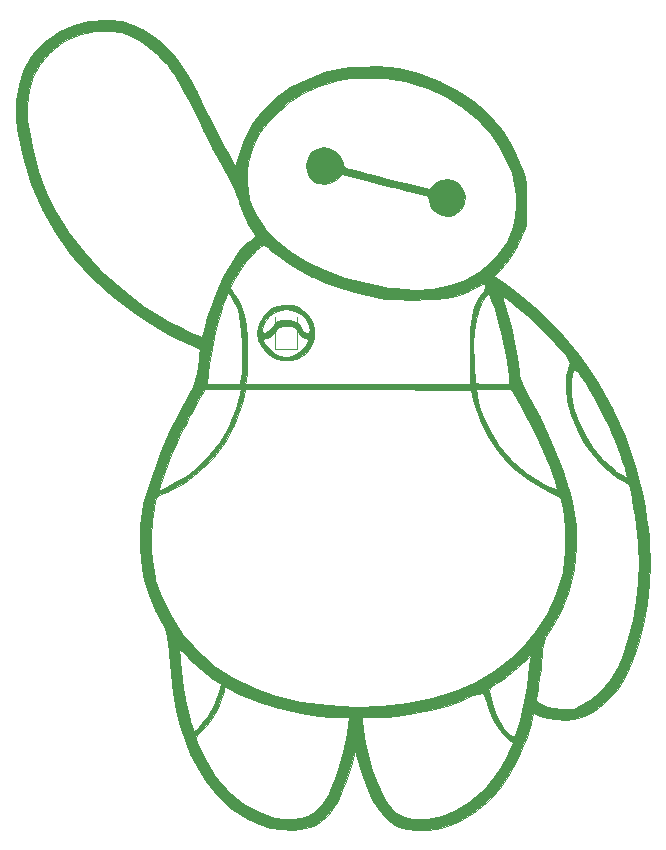
<source format=gbr>
%TF.GenerationSoftware,KiCad,Pcbnew,(5.1.6)-1*%
%TF.CreationDate,2020-12-12T17:11:39+01:00*%
%TF.ProjectId,stm32L412K8T6,73746d33-324c-4343-9132-4b3854362e6b,rev?*%
%TF.SameCoordinates,Original*%
%TF.FileFunction,Legend,Bot*%
%TF.FilePolarity,Positive*%
%FSLAX46Y46*%
G04 Gerber Fmt 4.6, Leading zero omitted, Abs format (unit mm)*
G04 Created by KiCad (PCBNEW (5.1.6)-1) date 2020-12-12 17:11:39*
%MOMM*%
%LPD*%
G01*
G04 APERTURE LIST*
%ADD10C,0.010000*%
%ADD11C,0.120000*%
G04 APERTURE END LIST*
D10*
%TO.C,G\u002A\u002A\u002A*%
G36*
X168361562Y-57399355D02*
G01*
X167052575Y-57725435D01*
X165845275Y-58250274D01*
X164768899Y-58959193D01*
X163852681Y-59837511D01*
X163356117Y-60493454D01*
X162782872Y-61579351D01*
X162384909Y-62814763D01*
X162169818Y-64158429D01*
X162145189Y-65569091D01*
X162241885Y-66550897D01*
X162707599Y-68903740D01*
X163400092Y-71142667D01*
X164319500Y-73267884D01*
X165465961Y-75279597D01*
X166839610Y-77178013D01*
X168440583Y-78963338D01*
X170269018Y-80635778D01*
X172325050Y-82195540D01*
X172791000Y-82512299D01*
X173793227Y-83147891D01*
X174858649Y-83766253D01*
X175899405Y-84318444D01*
X176784944Y-84737024D01*
X177213702Y-84925302D01*
X177539466Y-85071214D01*
X177703297Y-85148287D01*
X177711581Y-85153223D01*
X177707619Y-85281429D01*
X177673242Y-85609481D01*
X177614367Y-86085838D01*
X177547000Y-86586719D01*
X177446930Y-87247066D01*
X177343523Y-87739011D01*
X177209707Y-88147040D01*
X177018408Y-88555641D01*
X176776964Y-88989805D01*
X175934406Y-90538898D01*
X175142351Y-92166864D01*
X174423512Y-93818475D01*
X173800600Y-95438506D01*
X173296328Y-96971731D01*
X172946416Y-98304000D01*
X172657538Y-100144136D01*
X172611998Y-101964606D01*
X172809568Y-103743661D01*
X173013438Y-104664882D01*
X173415168Y-105959930D01*
X173925286Y-107224676D01*
X174502565Y-108359829D01*
X174651370Y-108609822D01*
X174772629Y-108843082D01*
X174865368Y-109126026D01*
X174938766Y-109508083D01*
X175002002Y-110038680D01*
X175064253Y-110767245D01*
X175072759Y-110879169D01*
X175237039Y-112698352D01*
X175444404Y-114305430D01*
X175704216Y-115740050D01*
X176025835Y-117041856D01*
X176418623Y-118250495D01*
X176891941Y-119405614D01*
X177272915Y-120197151D01*
X178149620Y-121678474D01*
X179162861Y-122949482D01*
X180309871Y-124007251D01*
X181587886Y-124848857D01*
X181754344Y-124937483D01*
X182741465Y-125395092D01*
X183648421Y-125683883D01*
X184564170Y-125824546D01*
X185577671Y-125837770D01*
X185618000Y-125836093D01*
X186578819Y-125737453D01*
X187361268Y-125513335D01*
X188016316Y-125133042D01*
X188594932Y-124565877D01*
X189148084Y-123781144D01*
X189216324Y-123668979D01*
X189469510Y-123182691D01*
X189760697Y-122520929D01*
X190063053Y-121753806D01*
X190349748Y-120951435D01*
X190593952Y-120183928D01*
X190709516Y-119767000D01*
X190856471Y-119195500D01*
X191273196Y-120638967D01*
X191759542Y-122088362D01*
X192313118Y-123302575D01*
X192932090Y-124278865D01*
X193614627Y-125014487D01*
X194358896Y-125506698D01*
X194591420Y-125605545D01*
X195231753Y-125766187D01*
X196022830Y-125847065D01*
X196873774Y-125846746D01*
X197693707Y-125763793D01*
X198177166Y-125662159D01*
X199548242Y-125162896D01*
X200830418Y-124429422D01*
X202014923Y-123468555D01*
X203092989Y-122287114D01*
X203814008Y-121279595D01*
X204338405Y-120373193D01*
X204850162Y-119317474D01*
X205188765Y-118496174D01*
X204194824Y-118496174D01*
X203985842Y-119043385D01*
X203652247Y-119755945D01*
X203176197Y-120558615D01*
X202608538Y-121376732D01*
X202000118Y-122135634D01*
X201552925Y-122615810D01*
X200506881Y-123506323D01*
X199378829Y-124199186D01*
X198202347Y-124679049D01*
X197011010Y-124930557D01*
X196413000Y-124965929D01*
X195797940Y-124945378D01*
X195321787Y-124861462D01*
X194873061Y-124693493D01*
X194825500Y-124671322D01*
X194352272Y-124411532D01*
X193965336Y-124100889D01*
X193623931Y-123690865D01*
X193287296Y-123132932D01*
X192933330Y-122418580D01*
X192621432Y-121668036D01*
X192316236Y-120784562D01*
X192034078Y-119831509D01*
X191791295Y-118872232D01*
X191604222Y-117970081D01*
X191489197Y-117188410D01*
X191460000Y-116704970D01*
X191460000Y-116338000D01*
X190335277Y-116338000D01*
X190249855Y-117068250D01*
X190082153Y-118134328D01*
X189827041Y-119287448D01*
X189506784Y-120449637D01*
X189143649Y-121542927D01*
X188759899Y-122489345D01*
X188616574Y-122787809D01*
X188111723Y-123598911D01*
X187512589Y-124253382D01*
X186863470Y-124703008D01*
X186851210Y-124709122D01*
X186298406Y-124885464D01*
X185594159Y-124969195D01*
X184824305Y-124958340D01*
X184074678Y-124850925D01*
X183796047Y-124779391D01*
X182525448Y-124278322D01*
X181309479Y-123561280D01*
X180203503Y-122666291D01*
X179320270Y-121705154D01*
X179020047Y-121285084D01*
X178682270Y-120750779D01*
X178334126Y-120153107D01*
X178002804Y-119542937D01*
X177715492Y-118971138D01*
X177499377Y-118488578D01*
X177381648Y-118146126D01*
X177368018Y-118052500D01*
X177474562Y-117806136D01*
X177755557Y-117547111D01*
X177791770Y-117522924D01*
X178194534Y-117166297D01*
X178617122Y-116631690D01*
X179016044Y-115987107D01*
X179347811Y-115300549D01*
X179520073Y-114820472D01*
X179647758Y-114371863D01*
X179739477Y-114011719D01*
X179775961Y-113815886D01*
X179776000Y-113813130D01*
X179851766Y-113747743D01*
X180061750Y-113852038D01*
X180519362Y-114107464D01*
X181159784Y-114405557D01*
X181920842Y-114721917D01*
X182740360Y-115032147D01*
X183556164Y-115311848D01*
X184306076Y-115536622D01*
X184455089Y-115576034D01*
X185551418Y-115829036D01*
X186696135Y-116042692D01*
X187813715Y-116205706D01*
X188828634Y-116306780D01*
X189532389Y-116335520D01*
X190335277Y-116338000D01*
X191460000Y-116338000D01*
X192385577Y-116338000D01*
X193576930Y-116284746D01*
X194894095Y-116134669D01*
X196265624Y-115902297D01*
X197620067Y-115602157D01*
X198885975Y-115248775D01*
X199991898Y-114856678D01*
X200286500Y-114731579D01*
X200886257Y-114468581D01*
X201299552Y-114318763D01*
X201573015Y-114294381D01*
X201753275Y-114407691D01*
X201886961Y-114670951D01*
X202020700Y-115096418D01*
X202049495Y-115195000D01*
X202479365Y-116366488D01*
X203017541Y-117311410D01*
X203633382Y-118001974D01*
X204194824Y-118496174D01*
X205188765Y-118496174D01*
X205304693Y-118214986D01*
X205657411Y-117168277D01*
X205750901Y-116824781D01*
X205962563Y-115982147D01*
X206553532Y-116249966D01*
X207119835Y-116421184D01*
X207837075Y-116516424D01*
X208617387Y-116535564D01*
X209372908Y-116478485D01*
X210015774Y-116345066D01*
X210256000Y-116255041D01*
X211109655Y-115766892D01*
X211957390Y-115111448D01*
X212710478Y-114361536D01*
X213006001Y-113997822D01*
X213709051Y-112889864D01*
X214325166Y-111577227D01*
X214846651Y-110096554D01*
X215265811Y-108484490D01*
X215574949Y-106777678D01*
X215766370Y-105012763D01*
X215830339Y-103281619D01*
X214902075Y-103281619D01*
X214838850Y-104866254D01*
X214661953Y-106491896D01*
X214381397Y-108099624D01*
X214007199Y-109630516D01*
X213549372Y-111025653D01*
X213094483Y-112075803D01*
X212448524Y-113154355D01*
X211666756Y-114090928D01*
X210783172Y-114853453D01*
X209831762Y-115409863D01*
X209367000Y-115592322D01*
X208912483Y-115664009D01*
X208317685Y-115653063D01*
X207678577Y-115570133D01*
X207091129Y-115425866D01*
X206785987Y-115305967D01*
X206450412Y-115119187D01*
X206236086Y-114954230D01*
X206194218Y-114883943D01*
X206214704Y-114705232D01*
X206267548Y-114341568D01*
X206343041Y-113858491D01*
X206379129Y-113635975D01*
X206471923Y-112981664D01*
X206560037Y-112209131D01*
X206628540Y-111453948D01*
X206644856Y-111222975D01*
X206655553Y-111072242D01*
X205715680Y-111072242D01*
X205627034Y-112022371D01*
X205535322Y-112837690D01*
X205411158Y-113699295D01*
X205262655Y-114570949D01*
X205097924Y-115416419D01*
X204925079Y-116199471D01*
X204752232Y-116883869D01*
X204587494Y-117433379D01*
X204438977Y-117811766D01*
X204314795Y-117982797D01*
X204291219Y-117989000D01*
X204129567Y-117913841D01*
X203870735Y-117727858D01*
X203806310Y-117674991D01*
X203474528Y-117301425D01*
X203125073Y-116751809D01*
X202794445Y-116098246D01*
X202519142Y-115412841D01*
X202336350Y-114770989D01*
X202253729Y-114374654D01*
X202225075Y-114098902D01*
X202281023Y-113891143D01*
X202452213Y-113698790D01*
X202769282Y-113469251D01*
X203262867Y-113149940D01*
X203291519Y-113131456D01*
X203732288Y-112817498D01*
X204254429Y-112402421D01*
X204759920Y-111964919D01*
X204863108Y-111869781D01*
X205715680Y-111072242D01*
X206655553Y-111072242D01*
X206686994Y-110629222D01*
X206739567Y-110208342D01*
X206827468Y-109879620D01*
X206975587Y-109562341D01*
X207208814Y-109175789D01*
X207339013Y-108972000D01*
X208262650Y-107304648D01*
X208945977Y-105563242D01*
X209387271Y-103760859D01*
X209584810Y-101910580D01*
X209569154Y-101294904D01*
X208659105Y-101294904D01*
X208640256Y-102285615D01*
X208573543Y-103198780D01*
X208458938Y-103956186D01*
X208430607Y-104080708D01*
X207869569Y-105850628D01*
X207075532Y-107549518D01*
X206067049Y-109141543D01*
X205325450Y-110078747D01*
X204089613Y-111322459D01*
X202663428Y-112410844D01*
X201060798Y-113339563D01*
X199295626Y-114104277D01*
X197381815Y-114700646D01*
X195333269Y-115124332D01*
X193163890Y-115370995D01*
X190887582Y-115436296D01*
X188539000Y-115317737D01*
X186286930Y-115017583D01*
X184197821Y-114530500D01*
X182274688Y-113858057D01*
X181652464Y-113554335D01*
X179505240Y-113554335D01*
X179313092Y-114215917D01*
X178911134Y-115330337D01*
X178404215Y-116245118D01*
X177926004Y-116841944D01*
X177615074Y-117161379D01*
X177368879Y-117390518D01*
X177239540Y-117480935D01*
X177238197Y-117481000D01*
X177162749Y-117368258D01*
X177045189Y-117070031D01*
X176908631Y-116646316D01*
X176883500Y-116560250D01*
X176538840Y-115206260D01*
X176289420Y-113845096D01*
X176114502Y-112361470D01*
X176101052Y-112210500D01*
X176049611Y-111612863D01*
X176007265Y-111110124D01*
X175978377Y-110754868D01*
X175967315Y-110599683D01*
X175967311Y-110599427D01*
X176050079Y-110645996D01*
X176274988Y-110839834D01*
X176605227Y-111147955D01*
X176910056Y-111444235D01*
X177420054Y-111923656D01*
X177979285Y-112411537D01*
X178495381Y-112828487D01*
X178679676Y-112965225D01*
X179505240Y-113554335D01*
X181652464Y-113554335D01*
X180520546Y-113001820D01*
X178938412Y-111963358D01*
X177531301Y-110744236D01*
X176302228Y-109346022D01*
X175852486Y-108724305D01*
X175084753Y-107450136D01*
X174438941Y-106077043D01*
X173962565Y-104707871D01*
X173913316Y-104527000D01*
X173711944Y-103480719D01*
X173601947Y-102280852D01*
X173583000Y-101010681D01*
X173654776Y-99753490D01*
X173816952Y-98592560D01*
X173938645Y-98047850D01*
X174027343Y-97799318D01*
X174178372Y-97613782D01*
X174450718Y-97441205D01*
X174898294Y-97233756D01*
X176358548Y-96461961D01*
X177678988Y-95488934D01*
X178842534Y-94335820D01*
X179832106Y-93023767D01*
X180630623Y-91573921D01*
X181221007Y-90007429D01*
X181445763Y-89127449D01*
X181575047Y-88525000D01*
X181184510Y-88525000D01*
X181097989Y-89001250D01*
X180963768Y-89542361D01*
X180742503Y-90224037D01*
X180465021Y-90961852D01*
X180162150Y-91671375D01*
X179996654Y-92017500D01*
X179384730Y-93034619D01*
X178583901Y-94055959D01*
X177649862Y-95017273D01*
X176728000Y-95788039D01*
X176467345Y-95959830D01*
X176083874Y-96185363D01*
X175632213Y-96435852D01*
X175166991Y-96682512D01*
X174742835Y-96896557D01*
X174414374Y-97049200D01*
X174236235Y-97111657D01*
X174220839Y-97109171D01*
X174248198Y-96984293D01*
X174347075Y-96669216D01*
X174501637Y-96212253D01*
X174685903Y-95689960D01*
X175009549Y-94833109D01*
X175385805Y-93908176D01*
X175779863Y-92996161D01*
X176156918Y-92178063D01*
X176427743Y-91636500D01*
X176603781Y-91298972D01*
X176829160Y-90861924D01*
X176952741Y-90620500D01*
X177203053Y-90149678D01*
X177506297Y-89606319D01*
X177710056Y-89255250D01*
X178143391Y-88525000D01*
X181184510Y-88525000D01*
X181575047Y-88525000D01*
X181575391Y-88523398D01*
X191104141Y-88555949D01*
X200632890Y-88588500D01*
X200866345Y-89507816D01*
X201410594Y-91166634D01*
X202160698Y-92681819D01*
X203108687Y-94043686D01*
X204246591Y-95242548D01*
X205566440Y-96268721D01*
X207060263Y-97112519D01*
X207164561Y-97161457D01*
X208200621Y-97641787D01*
X208428736Y-98639643D01*
X208553318Y-99393704D01*
X208630117Y-100304862D01*
X208659105Y-101294904D01*
X209569154Y-101294904D01*
X209536871Y-100025483D01*
X209241730Y-98118647D01*
X208949438Y-96994323D01*
X207970000Y-96994323D01*
X207879261Y-97036676D01*
X207600645Y-96950293D01*
X207124559Y-96731569D01*
X206719393Y-96524452D01*
X205334677Y-95658056D01*
X204114627Y-94599982D01*
X203067868Y-93358965D01*
X202208302Y-91954000D01*
X201717214Y-90914303D01*
X201382752Y-89991664D01*
X201182356Y-89123116D01*
X201173080Y-89064750D01*
X201089674Y-88525000D01*
X202593087Y-88525414D01*
X204096500Y-88525829D01*
X204688879Y-89573164D01*
X205440314Y-90963922D01*
X206154188Y-92404163D01*
X206798237Y-93824057D01*
X207340200Y-95153775D01*
X207604251Y-95883073D01*
X207766563Y-96362760D01*
X207891906Y-96741089D01*
X207961683Y-96961549D01*
X207970000Y-96994323D01*
X208949438Y-96994323D01*
X208927815Y-96911150D01*
X208462489Y-95515810D01*
X207877908Y-94001054D01*
X207209554Y-92446944D01*
X206492907Y-90933541D01*
X205763451Y-89540906D01*
X205323792Y-88779000D01*
X205037347Y-88261244D01*
X204867454Y-87812622D01*
X204849291Y-87716135D01*
X203906000Y-87716135D01*
X203906000Y-88144000D01*
X202516496Y-88144000D01*
X201947348Y-88133695D01*
X201476740Y-88105782D01*
X201159767Y-88064761D01*
X201053110Y-88024459D01*
X201020835Y-87859921D01*
X200983477Y-87491391D01*
X200945083Y-86968712D01*
X200909701Y-86341727D01*
X200900439Y-86144327D01*
X200884632Y-84838542D01*
X200955011Y-83647140D01*
X201106570Y-82598723D01*
X201334299Y-81721896D01*
X201633192Y-81045261D01*
X201845499Y-80746250D01*
X202036266Y-80571604D01*
X202138559Y-80524000D01*
X202252858Y-80642752D01*
X202403546Y-80974244D01*
X202581495Y-81481327D01*
X202777574Y-82126852D01*
X202982656Y-82873670D01*
X203187610Y-83684632D01*
X203383308Y-84522591D01*
X203560620Y-85350397D01*
X203710418Y-86130902D01*
X203823572Y-86826956D01*
X203890953Y-87401412D01*
X203906000Y-87716135D01*
X204849291Y-87716135D01*
X204771733Y-87304133D01*
X204739698Y-87001000D01*
X204591315Y-85841630D01*
X204350246Y-84538966D01*
X204034033Y-83178550D01*
X203729743Y-82075792D01*
X203303505Y-80643085D01*
X203636503Y-80857519D01*
X204148138Y-81228325D01*
X204780825Y-81750339D01*
X205490970Y-82381357D01*
X206234978Y-83079179D01*
X206969254Y-83801602D01*
X207650204Y-84506423D01*
X208234233Y-85151440D01*
X208677746Y-85694451D01*
X208782338Y-85839005D01*
X208982013Y-86144490D01*
X209049283Y-86356496D01*
X208997942Y-86589250D01*
X208900921Y-86820867D01*
X208745025Y-87400607D01*
X208682154Y-88206739D01*
X208680870Y-88334500D01*
X208791614Y-89513335D01*
X209112904Y-90737480D01*
X209618009Y-91961603D01*
X210280199Y-93140373D01*
X211072742Y-94228460D01*
X211968908Y-95180533D01*
X212941966Y-95951262D01*
X213304000Y-96174494D01*
X213681864Y-96400965D01*
X213966305Y-96591871D01*
X214083921Y-96693232D01*
X214142631Y-96878875D01*
X214223853Y-97272028D01*
X214320934Y-97827878D01*
X214427221Y-98501615D01*
X214536061Y-99248427D01*
X214640803Y-100023504D01*
X214734793Y-100782034D01*
X214811378Y-101479206D01*
X214841611Y-101796910D01*
X214902075Y-103281619D01*
X215830339Y-103281619D01*
X215832380Y-103226390D01*
X215765281Y-101455201D01*
X215728344Y-101034697D01*
X215645007Y-100325858D01*
X215523080Y-99468477D01*
X215377827Y-98562238D01*
X215224513Y-97706824D01*
X215197070Y-97565079D01*
X214839314Y-96109343D01*
X213939000Y-96109343D01*
X213846393Y-96083273D01*
X213604115Y-95939282D01*
X213265484Y-95712135D01*
X212883817Y-95436594D01*
X212740696Y-95328052D01*
X211854553Y-94519452D01*
X211024411Y-93522717D01*
X210292889Y-92403359D01*
X209702609Y-91226890D01*
X209296189Y-90058822D01*
X209285217Y-90016554D01*
X209201187Y-89550012D01*
X209150764Y-88982013D01*
X209133134Y-88376053D01*
X209147484Y-87795630D01*
X209193002Y-87304238D01*
X209268873Y-86965375D01*
X209325582Y-86864618D01*
X209466813Y-86885206D01*
X209700469Y-87106135D01*
X210008729Y-87498922D01*
X210373769Y-88035082D01*
X210777769Y-88686131D01*
X211202906Y-89423583D01*
X211631359Y-90218954D01*
X212045305Y-91043759D01*
X212353022Y-91703384D01*
X212537983Y-92138941D01*
X212760795Y-92700373D01*
X213004184Y-93339702D01*
X213250881Y-94008948D01*
X213483615Y-94660130D01*
X213685114Y-95245269D01*
X213838108Y-95716384D01*
X213925325Y-96025496D01*
X213939000Y-96109343D01*
X214839314Y-96109343D01*
X214571394Y-95019159D01*
X213713061Y-92542407D01*
X212634581Y-90154178D01*
X211348459Y-87873831D01*
X209867206Y-85720721D01*
X208203328Y-83714206D01*
X206369335Y-81873642D01*
X204377733Y-80218386D01*
X203700569Y-79726317D01*
X201891273Y-79726317D01*
X201871960Y-79950546D01*
X201741448Y-80233100D01*
X201595089Y-80423821D01*
X201233666Y-80929169D01*
X200951294Y-81596159D01*
X200744998Y-82441503D01*
X200611802Y-83481913D01*
X200548732Y-84734101D01*
X200552811Y-86214781D01*
X200554129Y-86270750D01*
X200599414Y-88144000D01*
X181536884Y-88144000D01*
X181623001Y-87872669D01*
X181651396Y-87659253D01*
X181675522Y-87240073D01*
X181693735Y-86663347D01*
X181701519Y-86162029D01*
X181287913Y-86162029D01*
X181279130Y-86798407D01*
X181258097Y-87276526D01*
X181243521Y-87433287D01*
X181154724Y-88144000D01*
X178305072Y-88144000D01*
X178397545Y-87096250D01*
X178483387Y-86399418D01*
X178624128Y-85570739D01*
X178807001Y-84662794D01*
X179019239Y-83728166D01*
X179248076Y-82819438D01*
X179480745Y-81989193D01*
X179704479Y-81290014D01*
X179906510Y-80774484D01*
X179958035Y-80669092D01*
X180123929Y-80352471D01*
X180466685Y-80870410D01*
X180723291Y-81304024D01*
X180917389Y-81756357D01*
X181058915Y-82274618D01*
X181157804Y-82906016D01*
X181223993Y-83697760D01*
X181266589Y-84671037D01*
X181283912Y-85431528D01*
X181287913Y-86162029D01*
X181701519Y-86162029D01*
X181704388Y-85977299D01*
X181706437Y-85427919D01*
X181680009Y-84164945D01*
X181598644Y-83116894D01*
X181454100Y-82249017D01*
X181238139Y-81526568D01*
X180942520Y-80914799D01*
X180559005Y-80378962D01*
X180490327Y-80299526D01*
X180235547Y-80011553D01*
X180526528Y-79410526D01*
X180837938Y-78843308D01*
X181225225Y-78251483D01*
X181654446Y-77675336D01*
X182091658Y-77155148D01*
X182502918Y-76731204D01*
X182854282Y-76443785D01*
X183111806Y-76333176D01*
X183119728Y-76333000D01*
X183314593Y-76418961D01*
X183564786Y-76628485D01*
X183589382Y-76654099D01*
X183955044Y-76981401D01*
X184493186Y-77384089D01*
X185147984Y-77826214D01*
X185863618Y-78271828D01*
X186584266Y-78684982D01*
X187254107Y-79029729D01*
X187344039Y-79072061D01*
X188373573Y-79520685D01*
X189395631Y-79900221D01*
X190492847Y-80238242D01*
X191747854Y-80562319D01*
X191964073Y-80613606D01*
X192518049Y-80738136D01*
X192999895Y-80828870D01*
X193469260Y-80891183D01*
X193985792Y-80930450D01*
X194609140Y-80952045D01*
X195398953Y-80961344D01*
X195841500Y-80962988D01*
X196882589Y-80955461D01*
X197727973Y-80920342D01*
X198435397Y-80846753D01*
X199062606Y-80723822D01*
X199667344Y-80540672D01*
X200307356Y-80286429D01*
X200922765Y-80006052D01*
X201326886Y-79819843D01*
X201635026Y-79686663D01*
X201781210Y-79635008D01*
X201781737Y-79635000D01*
X201891273Y-79726317D01*
X203700569Y-79726317D01*
X203642802Y-79684340D01*
X202616961Y-78965514D01*
X203115733Y-78443007D01*
X203896538Y-77532762D01*
X204495046Y-76610004D01*
X204941064Y-75658841D01*
X205104775Y-75239000D01*
X205218908Y-74894540D01*
X205292491Y-74563485D01*
X205334548Y-74183860D01*
X205354106Y-73693686D01*
X205359923Y-73059998D01*
X204474349Y-73059998D01*
X204415354Y-73957233D01*
X204267844Y-74708780D01*
X204236323Y-74809000D01*
X203704406Y-76061025D01*
X202997661Y-77146965D01*
X202392744Y-77822336D01*
X201383817Y-78645284D01*
X200206842Y-79292066D01*
X198881254Y-79757879D01*
X197426487Y-80037922D01*
X195861977Y-80127395D01*
X194207159Y-80021494D01*
X193746000Y-79958569D01*
X191835593Y-79592924D01*
X190028475Y-79096135D01*
X188347120Y-78479357D01*
X186814004Y-77753744D01*
X185451602Y-76930452D01*
X184282388Y-76020635D01*
X183849688Y-75573577D01*
X182467956Y-75573577D01*
X182169728Y-75822063D01*
X181932259Y-75999450D01*
X181783504Y-76074774D01*
X181632632Y-76181614D01*
X181383469Y-76464663D01*
X181066048Y-76880931D01*
X180710401Y-77387426D01*
X180346559Y-77941156D01*
X180004556Y-78499129D01*
X179714422Y-79018353D01*
X179677748Y-79089228D01*
X179342850Y-79806011D01*
X178991753Y-80661718D01*
X178653794Y-81575059D01*
X178358310Y-82464746D01*
X178134636Y-83249491D01*
X178059949Y-83572000D01*
X177985144Y-83892147D01*
X177922481Y-84092641D01*
X177916268Y-84104958D01*
X177775705Y-84105611D01*
X177448604Y-83994247D01*
X176968157Y-83786262D01*
X176367556Y-83497054D01*
X175679993Y-83142021D01*
X174938662Y-82736558D01*
X174811184Y-82664578D01*
X172912085Y-81470508D01*
X171116754Y-80110077D01*
X169454141Y-78612112D01*
X167953197Y-77005441D01*
X166642871Y-75318891D01*
X165552115Y-73581291D01*
X165391717Y-73285000D01*
X164616454Y-71673737D01*
X164011328Y-70073680D01*
X163554485Y-68412881D01*
X163224071Y-66619393D01*
X163115716Y-65792000D01*
X163069289Y-64460082D01*
X163240367Y-63197670D01*
X163617181Y-62028939D01*
X164187962Y-60978066D01*
X164940941Y-60069228D01*
X165864347Y-59326601D01*
X166417624Y-59009271D01*
X167616291Y-58512302D01*
X168802373Y-58246113D01*
X170034708Y-58197736D01*
X170087686Y-58200244D01*
X171034758Y-58331916D01*
X171928569Y-58639936D01*
X172806494Y-59143392D01*
X173705910Y-59861372D01*
X174135695Y-60267500D01*
X174545479Y-60679468D01*
X174898106Y-61058487D01*
X175213488Y-61436273D01*
X175511539Y-61844546D01*
X175812172Y-62315023D01*
X176135300Y-62879422D01*
X176500836Y-63569463D01*
X176928694Y-64416863D01*
X177438786Y-65453340D01*
X177604053Y-65792000D01*
X177994739Y-66584212D01*
X178391954Y-67373254D01*
X178766690Y-68102661D01*
X179089936Y-68715973D01*
X179332687Y-69156726D01*
X179333131Y-69157500D01*
X179855327Y-70082406D01*
X180260462Y-70841556D01*
X180570599Y-71481703D01*
X180807801Y-72049602D01*
X180994128Y-72592006D01*
X181061760Y-72820769D01*
X181351677Y-73625026D01*
X181744845Y-74426400D01*
X181906047Y-74695308D01*
X182467956Y-75573577D01*
X183849688Y-75573577D01*
X183328839Y-75035447D01*
X183022516Y-74636363D01*
X182494743Y-73841971D01*
X182127766Y-73138827D01*
X181892535Y-72449434D01*
X181759997Y-71696296D01*
X181715980Y-71151103D01*
X181702677Y-70144732D01*
X181797183Y-69278739D01*
X182019250Y-68455256D01*
X182388628Y-67576414D01*
X182471864Y-67405639D01*
X182758948Y-66871751D01*
X183071480Y-66402201D01*
X183462226Y-65928050D01*
X183983953Y-65380363D01*
X184144445Y-65220500D01*
X185271366Y-64237996D01*
X186468841Y-63464632D01*
X187792298Y-62868870D01*
X188883372Y-62524337D01*
X189427556Y-62386917D01*
X189908820Y-62292224D01*
X190399446Y-62232468D01*
X190971718Y-62199856D01*
X191697919Y-62186599D01*
X192031500Y-62185009D01*
X192835986Y-62188826D01*
X193463175Y-62210254D01*
X193989587Y-62257280D01*
X194491742Y-62337895D01*
X195046163Y-62460089D01*
X195325941Y-62528974D01*
X196966582Y-63052091D01*
X198501597Y-63762297D01*
X199909657Y-64640816D01*
X201169437Y-65668876D01*
X202259608Y-66827703D01*
X203158844Y-68098523D01*
X203845817Y-69462563D01*
X204137532Y-70285483D01*
X204333710Y-71144991D01*
X204446559Y-72096206D01*
X204474349Y-73059998D01*
X205359923Y-73059998D01*
X205360190Y-73030987D01*
X205360758Y-72777000D01*
X205358955Y-72040373D01*
X205344668Y-71491114D01*
X205308817Y-71062615D01*
X205242324Y-70688265D01*
X205136110Y-70301455D01*
X204981096Y-69835577D01*
X204946096Y-69734689D01*
X204268142Y-68163451D01*
X203378217Y-66721724D01*
X202288279Y-65419134D01*
X201010286Y-64265310D01*
X199556196Y-63269880D01*
X197937967Y-62442470D01*
X196167556Y-61792709D01*
X194587154Y-61394413D01*
X193706549Y-61272499D01*
X192666887Y-61220183D01*
X191548606Y-61234053D01*
X190432143Y-61310700D01*
X189397936Y-61446712D01*
X188526420Y-61638680D01*
X188475500Y-61653555D01*
X186847479Y-62246868D01*
X185384434Y-63003229D01*
X184098198Y-63911594D01*
X183000606Y-64960919D01*
X182103491Y-66140159D01*
X181418686Y-67438271D01*
X181015267Y-68615921D01*
X180721362Y-69725342D01*
X179999838Y-68425421D01*
X179712539Y-67892068D01*
X179348082Y-67191654D01*
X178938232Y-66386579D01*
X178514757Y-65539241D01*
X178109644Y-64712500D01*
X177448191Y-63386407D01*
X176846690Y-62272015D01*
X176284698Y-61340083D01*
X175741775Y-60561371D01*
X175197481Y-59906637D01*
X174631374Y-59346640D01*
X174023012Y-58852139D01*
X174002183Y-58836748D01*
X172992345Y-58165351D01*
X172043478Y-57698269D01*
X171098713Y-57414805D01*
X170101181Y-57294263D01*
X169743000Y-57286712D01*
X168361562Y-57399355D01*
G37*
X168361562Y-57399355D02*
X167052575Y-57725435D01*
X165845275Y-58250274D01*
X164768899Y-58959193D01*
X163852681Y-59837511D01*
X163356117Y-60493454D01*
X162782872Y-61579351D01*
X162384909Y-62814763D01*
X162169818Y-64158429D01*
X162145189Y-65569091D01*
X162241885Y-66550897D01*
X162707599Y-68903740D01*
X163400092Y-71142667D01*
X164319500Y-73267884D01*
X165465961Y-75279597D01*
X166839610Y-77178013D01*
X168440583Y-78963338D01*
X170269018Y-80635778D01*
X172325050Y-82195540D01*
X172791000Y-82512299D01*
X173793227Y-83147891D01*
X174858649Y-83766253D01*
X175899405Y-84318444D01*
X176784944Y-84737024D01*
X177213702Y-84925302D01*
X177539466Y-85071214D01*
X177703297Y-85148287D01*
X177711581Y-85153223D01*
X177707619Y-85281429D01*
X177673242Y-85609481D01*
X177614367Y-86085838D01*
X177547000Y-86586719D01*
X177446930Y-87247066D01*
X177343523Y-87739011D01*
X177209707Y-88147040D01*
X177018408Y-88555641D01*
X176776964Y-88989805D01*
X175934406Y-90538898D01*
X175142351Y-92166864D01*
X174423512Y-93818475D01*
X173800600Y-95438506D01*
X173296328Y-96971731D01*
X172946416Y-98304000D01*
X172657538Y-100144136D01*
X172611998Y-101964606D01*
X172809568Y-103743661D01*
X173013438Y-104664882D01*
X173415168Y-105959930D01*
X173925286Y-107224676D01*
X174502565Y-108359829D01*
X174651370Y-108609822D01*
X174772629Y-108843082D01*
X174865368Y-109126026D01*
X174938766Y-109508083D01*
X175002002Y-110038680D01*
X175064253Y-110767245D01*
X175072759Y-110879169D01*
X175237039Y-112698352D01*
X175444404Y-114305430D01*
X175704216Y-115740050D01*
X176025835Y-117041856D01*
X176418623Y-118250495D01*
X176891941Y-119405614D01*
X177272915Y-120197151D01*
X178149620Y-121678474D01*
X179162861Y-122949482D01*
X180309871Y-124007251D01*
X181587886Y-124848857D01*
X181754344Y-124937483D01*
X182741465Y-125395092D01*
X183648421Y-125683883D01*
X184564170Y-125824546D01*
X185577671Y-125837770D01*
X185618000Y-125836093D01*
X186578819Y-125737453D01*
X187361268Y-125513335D01*
X188016316Y-125133042D01*
X188594932Y-124565877D01*
X189148084Y-123781144D01*
X189216324Y-123668979D01*
X189469510Y-123182691D01*
X189760697Y-122520929D01*
X190063053Y-121753806D01*
X190349748Y-120951435D01*
X190593952Y-120183928D01*
X190709516Y-119767000D01*
X190856471Y-119195500D01*
X191273196Y-120638967D01*
X191759542Y-122088362D01*
X192313118Y-123302575D01*
X192932090Y-124278865D01*
X193614627Y-125014487D01*
X194358896Y-125506698D01*
X194591420Y-125605545D01*
X195231753Y-125766187D01*
X196022830Y-125847065D01*
X196873774Y-125846746D01*
X197693707Y-125763793D01*
X198177166Y-125662159D01*
X199548242Y-125162896D01*
X200830418Y-124429422D01*
X202014923Y-123468555D01*
X203092989Y-122287114D01*
X203814008Y-121279595D01*
X204338405Y-120373193D01*
X204850162Y-119317474D01*
X205188765Y-118496174D01*
X204194824Y-118496174D01*
X203985842Y-119043385D01*
X203652247Y-119755945D01*
X203176197Y-120558615D01*
X202608538Y-121376732D01*
X202000118Y-122135634D01*
X201552925Y-122615810D01*
X200506881Y-123506323D01*
X199378829Y-124199186D01*
X198202347Y-124679049D01*
X197011010Y-124930557D01*
X196413000Y-124965929D01*
X195797940Y-124945378D01*
X195321787Y-124861462D01*
X194873061Y-124693493D01*
X194825500Y-124671322D01*
X194352272Y-124411532D01*
X193965336Y-124100889D01*
X193623931Y-123690865D01*
X193287296Y-123132932D01*
X192933330Y-122418580D01*
X192621432Y-121668036D01*
X192316236Y-120784562D01*
X192034078Y-119831509D01*
X191791295Y-118872232D01*
X191604222Y-117970081D01*
X191489197Y-117188410D01*
X191460000Y-116704970D01*
X191460000Y-116338000D01*
X190335277Y-116338000D01*
X190249855Y-117068250D01*
X190082153Y-118134328D01*
X189827041Y-119287448D01*
X189506784Y-120449637D01*
X189143649Y-121542927D01*
X188759899Y-122489345D01*
X188616574Y-122787809D01*
X188111723Y-123598911D01*
X187512589Y-124253382D01*
X186863470Y-124703008D01*
X186851210Y-124709122D01*
X186298406Y-124885464D01*
X185594159Y-124969195D01*
X184824305Y-124958340D01*
X184074678Y-124850925D01*
X183796047Y-124779391D01*
X182525448Y-124278322D01*
X181309479Y-123561280D01*
X180203503Y-122666291D01*
X179320270Y-121705154D01*
X179020047Y-121285084D01*
X178682270Y-120750779D01*
X178334126Y-120153107D01*
X178002804Y-119542937D01*
X177715492Y-118971138D01*
X177499377Y-118488578D01*
X177381648Y-118146126D01*
X177368018Y-118052500D01*
X177474562Y-117806136D01*
X177755557Y-117547111D01*
X177791770Y-117522924D01*
X178194534Y-117166297D01*
X178617122Y-116631690D01*
X179016044Y-115987107D01*
X179347811Y-115300549D01*
X179520073Y-114820472D01*
X179647758Y-114371863D01*
X179739477Y-114011719D01*
X179775961Y-113815886D01*
X179776000Y-113813130D01*
X179851766Y-113747743D01*
X180061750Y-113852038D01*
X180519362Y-114107464D01*
X181159784Y-114405557D01*
X181920842Y-114721917D01*
X182740360Y-115032147D01*
X183556164Y-115311848D01*
X184306076Y-115536622D01*
X184455089Y-115576034D01*
X185551418Y-115829036D01*
X186696135Y-116042692D01*
X187813715Y-116205706D01*
X188828634Y-116306780D01*
X189532389Y-116335520D01*
X190335277Y-116338000D01*
X191460000Y-116338000D01*
X192385577Y-116338000D01*
X193576930Y-116284746D01*
X194894095Y-116134669D01*
X196265624Y-115902297D01*
X197620067Y-115602157D01*
X198885975Y-115248775D01*
X199991898Y-114856678D01*
X200286500Y-114731579D01*
X200886257Y-114468581D01*
X201299552Y-114318763D01*
X201573015Y-114294381D01*
X201753275Y-114407691D01*
X201886961Y-114670951D01*
X202020700Y-115096418D01*
X202049495Y-115195000D01*
X202479365Y-116366488D01*
X203017541Y-117311410D01*
X203633382Y-118001974D01*
X204194824Y-118496174D01*
X205188765Y-118496174D01*
X205304693Y-118214986D01*
X205657411Y-117168277D01*
X205750901Y-116824781D01*
X205962563Y-115982147D01*
X206553532Y-116249966D01*
X207119835Y-116421184D01*
X207837075Y-116516424D01*
X208617387Y-116535564D01*
X209372908Y-116478485D01*
X210015774Y-116345066D01*
X210256000Y-116255041D01*
X211109655Y-115766892D01*
X211957390Y-115111448D01*
X212710478Y-114361536D01*
X213006001Y-113997822D01*
X213709051Y-112889864D01*
X214325166Y-111577227D01*
X214846651Y-110096554D01*
X215265811Y-108484490D01*
X215574949Y-106777678D01*
X215766370Y-105012763D01*
X215830339Y-103281619D01*
X214902075Y-103281619D01*
X214838850Y-104866254D01*
X214661953Y-106491896D01*
X214381397Y-108099624D01*
X214007199Y-109630516D01*
X213549372Y-111025653D01*
X213094483Y-112075803D01*
X212448524Y-113154355D01*
X211666756Y-114090928D01*
X210783172Y-114853453D01*
X209831762Y-115409863D01*
X209367000Y-115592322D01*
X208912483Y-115664009D01*
X208317685Y-115653063D01*
X207678577Y-115570133D01*
X207091129Y-115425866D01*
X206785987Y-115305967D01*
X206450412Y-115119187D01*
X206236086Y-114954230D01*
X206194218Y-114883943D01*
X206214704Y-114705232D01*
X206267548Y-114341568D01*
X206343041Y-113858491D01*
X206379129Y-113635975D01*
X206471923Y-112981664D01*
X206560037Y-112209131D01*
X206628540Y-111453948D01*
X206644856Y-111222975D01*
X206655553Y-111072242D01*
X205715680Y-111072242D01*
X205627034Y-112022371D01*
X205535322Y-112837690D01*
X205411158Y-113699295D01*
X205262655Y-114570949D01*
X205097924Y-115416419D01*
X204925079Y-116199471D01*
X204752232Y-116883869D01*
X204587494Y-117433379D01*
X204438977Y-117811766D01*
X204314795Y-117982797D01*
X204291219Y-117989000D01*
X204129567Y-117913841D01*
X203870735Y-117727858D01*
X203806310Y-117674991D01*
X203474528Y-117301425D01*
X203125073Y-116751809D01*
X202794445Y-116098246D01*
X202519142Y-115412841D01*
X202336350Y-114770989D01*
X202253729Y-114374654D01*
X202225075Y-114098902D01*
X202281023Y-113891143D01*
X202452213Y-113698790D01*
X202769282Y-113469251D01*
X203262867Y-113149940D01*
X203291519Y-113131456D01*
X203732288Y-112817498D01*
X204254429Y-112402421D01*
X204759920Y-111964919D01*
X204863108Y-111869781D01*
X205715680Y-111072242D01*
X206655553Y-111072242D01*
X206686994Y-110629222D01*
X206739567Y-110208342D01*
X206827468Y-109879620D01*
X206975587Y-109562341D01*
X207208814Y-109175789D01*
X207339013Y-108972000D01*
X208262650Y-107304648D01*
X208945977Y-105563242D01*
X209387271Y-103760859D01*
X209584810Y-101910580D01*
X209569154Y-101294904D01*
X208659105Y-101294904D01*
X208640256Y-102285615D01*
X208573543Y-103198780D01*
X208458938Y-103956186D01*
X208430607Y-104080708D01*
X207869569Y-105850628D01*
X207075532Y-107549518D01*
X206067049Y-109141543D01*
X205325450Y-110078747D01*
X204089613Y-111322459D01*
X202663428Y-112410844D01*
X201060798Y-113339563D01*
X199295626Y-114104277D01*
X197381815Y-114700646D01*
X195333269Y-115124332D01*
X193163890Y-115370995D01*
X190887582Y-115436296D01*
X188539000Y-115317737D01*
X186286930Y-115017583D01*
X184197821Y-114530500D01*
X182274688Y-113858057D01*
X181652464Y-113554335D01*
X179505240Y-113554335D01*
X179313092Y-114215917D01*
X178911134Y-115330337D01*
X178404215Y-116245118D01*
X177926004Y-116841944D01*
X177615074Y-117161379D01*
X177368879Y-117390518D01*
X177239540Y-117480935D01*
X177238197Y-117481000D01*
X177162749Y-117368258D01*
X177045189Y-117070031D01*
X176908631Y-116646316D01*
X176883500Y-116560250D01*
X176538840Y-115206260D01*
X176289420Y-113845096D01*
X176114502Y-112361470D01*
X176101052Y-112210500D01*
X176049611Y-111612863D01*
X176007265Y-111110124D01*
X175978377Y-110754868D01*
X175967315Y-110599683D01*
X175967311Y-110599427D01*
X176050079Y-110645996D01*
X176274988Y-110839834D01*
X176605227Y-111147955D01*
X176910056Y-111444235D01*
X177420054Y-111923656D01*
X177979285Y-112411537D01*
X178495381Y-112828487D01*
X178679676Y-112965225D01*
X179505240Y-113554335D01*
X181652464Y-113554335D01*
X180520546Y-113001820D01*
X178938412Y-111963358D01*
X177531301Y-110744236D01*
X176302228Y-109346022D01*
X175852486Y-108724305D01*
X175084753Y-107450136D01*
X174438941Y-106077043D01*
X173962565Y-104707871D01*
X173913316Y-104527000D01*
X173711944Y-103480719D01*
X173601947Y-102280852D01*
X173583000Y-101010681D01*
X173654776Y-99753490D01*
X173816952Y-98592560D01*
X173938645Y-98047850D01*
X174027343Y-97799318D01*
X174178372Y-97613782D01*
X174450718Y-97441205D01*
X174898294Y-97233756D01*
X176358548Y-96461961D01*
X177678988Y-95488934D01*
X178842534Y-94335820D01*
X179832106Y-93023767D01*
X180630623Y-91573921D01*
X181221007Y-90007429D01*
X181445763Y-89127449D01*
X181575047Y-88525000D01*
X181184510Y-88525000D01*
X181097989Y-89001250D01*
X180963768Y-89542361D01*
X180742503Y-90224037D01*
X180465021Y-90961852D01*
X180162150Y-91671375D01*
X179996654Y-92017500D01*
X179384730Y-93034619D01*
X178583901Y-94055959D01*
X177649862Y-95017273D01*
X176728000Y-95788039D01*
X176467345Y-95959830D01*
X176083874Y-96185363D01*
X175632213Y-96435852D01*
X175166991Y-96682512D01*
X174742835Y-96896557D01*
X174414374Y-97049200D01*
X174236235Y-97111657D01*
X174220839Y-97109171D01*
X174248198Y-96984293D01*
X174347075Y-96669216D01*
X174501637Y-96212253D01*
X174685903Y-95689960D01*
X175009549Y-94833109D01*
X175385805Y-93908176D01*
X175779863Y-92996161D01*
X176156918Y-92178063D01*
X176427743Y-91636500D01*
X176603781Y-91298972D01*
X176829160Y-90861924D01*
X176952741Y-90620500D01*
X177203053Y-90149678D01*
X177506297Y-89606319D01*
X177710056Y-89255250D01*
X178143391Y-88525000D01*
X181184510Y-88525000D01*
X181575047Y-88525000D01*
X181575391Y-88523398D01*
X191104141Y-88555949D01*
X200632890Y-88588500D01*
X200866345Y-89507816D01*
X201410594Y-91166634D01*
X202160698Y-92681819D01*
X203108687Y-94043686D01*
X204246591Y-95242548D01*
X205566440Y-96268721D01*
X207060263Y-97112519D01*
X207164561Y-97161457D01*
X208200621Y-97641787D01*
X208428736Y-98639643D01*
X208553318Y-99393704D01*
X208630117Y-100304862D01*
X208659105Y-101294904D01*
X209569154Y-101294904D01*
X209536871Y-100025483D01*
X209241730Y-98118647D01*
X208949438Y-96994323D01*
X207970000Y-96994323D01*
X207879261Y-97036676D01*
X207600645Y-96950293D01*
X207124559Y-96731569D01*
X206719393Y-96524452D01*
X205334677Y-95658056D01*
X204114627Y-94599982D01*
X203067868Y-93358965D01*
X202208302Y-91954000D01*
X201717214Y-90914303D01*
X201382752Y-89991664D01*
X201182356Y-89123116D01*
X201173080Y-89064750D01*
X201089674Y-88525000D01*
X202593087Y-88525414D01*
X204096500Y-88525829D01*
X204688879Y-89573164D01*
X205440314Y-90963922D01*
X206154188Y-92404163D01*
X206798237Y-93824057D01*
X207340200Y-95153775D01*
X207604251Y-95883073D01*
X207766563Y-96362760D01*
X207891906Y-96741089D01*
X207961683Y-96961549D01*
X207970000Y-96994323D01*
X208949438Y-96994323D01*
X208927815Y-96911150D01*
X208462489Y-95515810D01*
X207877908Y-94001054D01*
X207209554Y-92446944D01*
X206492907Y-90933541D01*
X205763451Y-89540906D01*
X205323792Y-88779000D01*
X205037347Y-88261244D01*
X204867454Y-87812622D01*
X204849291Y-87716135D01*
X203906000Y-87716135D01*
X203906000Y-88144000D01*
X202516496Y-88144000D01*
X201947348Y-88133695D01*
X201476740Y-88105782D01*
X201159767Y-88064761D01*
X201053110Y-88024459D01*
X201020835Y-87859921D01*
X200983477Y-87491391D01*
X200945083Y-86968712D01*
X200909701Y-86341727D01*
X200900439Y-86144327D01*
X200884632Y-84838542D01*
X200955011Y-83647140D01*
X201106570Y-82598723D01*
X201334299Y-81721896D01*
X201633192Y-81045261D01*
X201845499Y-80746250D01*
X202036266Y-80571604D01*
X202138559Y-80524000D01*
X202252858Y-80642752D01*
X202403546Y-80974244D01*
X202581495Y-81481327D01*
X202777574Y-82126852D01*
X202982656Y-82873670D01*
X203187610Y-83684632D01*
X203383308Y-84522591D01*
X203560620Y-85350397D01*
X203710418Y-86130902D01*
X203823572Y-86826956D01*
X203890953Y-87401412D01*
X203906000Y-87716135D01*
X204849291Y-87716135D01*
X204771733Y-87304133D01*
X204739698Y-87001000D01*
X204591315Y-85841630D01*
X204350246Y-84538966D01*
X204034033Y-83178550D01*
X203729743Y-82075792D01*
X203303505Y-80643085D01*
X203636503Y-80857519D01*
X204148138Y-81228325D01*
X204780825Y-81750339D01*
X205490970Y-82381357D01*
X206234978Y-83079179D01*
X206969254Y-83801602D01*
X207650204Y-84506423D01*
X208234233Y-85151440D01*
X208677746Y-85694451D01*
X208782338Y-85839005D01*
X208982013Y-86144490D01*
X209049283Y-86356496D01*
X208997942Y-86589250D01*
X208900921Y-86820867D01*
X208745025Y-87400607D01*
X208682154Y-88206739D01*
X208680870Y-88334500D01*
X208791614Y-89513335D01*
X209112904Y-90737480D01*
X209618009Y-91961603D01*
X210280199Y-93140373D01*
X211072742Y-94228460D01*
X211968908Y-95180533D01*
X212941966Y-95951262D01*
X213304000Y-96174494D01*
X213681864Y-96400965D01*
X213966305Y-96591871D01*
X214083921Y-96693232D01*
X214142631Y-96878875D01*
X214223853Y-97272028D01*
X214320934Y-97827878D01*
X214427221Y-98501615D01*
X214536061Y-99248427D01*
X214640803Y-100023504D01*
X214734793Y-100782034D01*
X214811378Y-101479206D01*
X214841611Y-101796910D01*
X214902075Y-103281619D01*
X215830339Y-103281619D01*
X215832380Y-103226390D01*
X215765281Y-101455201D01*
X215728344Y-101034697D01*
X215645007Y-100325858D01*
X215523080Y-99468477D01*
X215377827Y-98562238D01*
X215224513Y-97706824D01*
X215197070Y-97565079D01*
X214839314Y-96109343D01*
X213939000Y-96109343D01*
X213846393Y-96083273D01*
X213604115Y-95939282D01*
X213265484Y-95712135D01*
X212883817Y-95436594D01*
X212740696Y-95328052D01*
X211854553Y-94519452D01*
X211024411Y-93522717D01*
X210292889Y-92403359D01*
X209702609Y-91226890D01*
X209296189Y-90058822D01*
X209285217Y-90016554D01*
X209201187Y-89550012D01*
X209150764Y-88982013D01*
X209133134Y-88376053D01*
X209147484Y-87795630D01*
X209193002Y-87304238D01*
X209268873Y-86965375D01*
X209325582Y-86864618D01*
X209466813Y-86885206D01*
X209700469Y-87106135D01*
X210008729Y-87498922D01*
X210373769Y-88035082D01*
X210777769Y-88686131D01*
X211202906Y-89423583D01*
X211631359Y-90218954D01*
X212045305Y-91043759D01*
X212353022Y-91703384D01*
X212537983Y-92138941D01*
X212760795Y-92700373D01*
X213004184Y-93339702D01*
X213250881Y-94008948D01*
X213483615Y-94660130D01*
X213685114Y-95245269D01*
X213838108Y-95716384D01*
X213925325Y-96025496D01*
X213939000Y-96109343D01*
X214839314Y-96109343D01*
X214571394Y-95019159D01*
X213713061Y-92542407D01*
X212634581Y-90154178D01*
X211348459Y-87873831D01*
X209867206Y-85720721D01*
X208203328Y-83714206D01*
X206369335Y-81873642D01*
X204377733Y-80218386D01*
X203700569Y-79726317D01*
X201891273Y-79726317D01*
X201871960Y-79950546D01*
X201741448Y-80233100D01*
X201595089Y-80423821D01*
X201233666Y-80929169D01*
X200951294Y-81596159D01*
X200744998Y-82441503D01*
X200611802Y-83481913D01*
X200548732Y-84734101D01*
X200552811Y-86214781D01*
X200554129Y-86270750D01*
X200599414Y-88144000D01*
X181536884Y-88144000D01*
X181623001Y-87872669D01*
X181651396Y-87659253D01*
X181675522Y-87240073D01*
X181693735Y-86663347D01*
X181701519Y-86162029D01*
X181287913Y-86162029D01*
X181279130Y-86798407D01*
X181258097Y-87276526D01*
X181243521Y-87433287D01*
X181154724Y-88144000D01*
X178305072Y-88144000D01*
X178397545Y-87096250D01*
X178483387Y-86399418D01*
X178624128Y-85570739D01*
X178807001Y-84662794D01*
X179019239Y-83728166D01*
X179248076Y-82819438D01*
X179480745Y-81989193D01*
X179704479Y-81290014D01*
X179906510Y-80774484D01*
X179958035Y-80669092D01*
X180123929Y-80352471D01*
X180466685Y-80870410D01*
X180723291Y-81304024D01*
X180917389Y-81756357D01*
X181058915Y-82274618D01*
X181157804Y-82906016D01*
X181223993Y-83697760D01*
X181266589Y-84671037D01*
X181283912Y-85431528D01*
X181287913Y-86162029D01*
X181701519Y-86162029D01*
X181704388Y-85977299D01*
X181706437Y-85427919D01*
X181680009Y-84164945D01*
X181598644Y-83116894D01*
X181454100Y-82249017D01*
X181238139Y-81526568D01*
X180942520Y-80914799D01*
X180559005Y-80378962D01*
X180490327Y-80299526D01*
X180235547Y-80011553D01*
X180526528Y-79410526D01*
X180837938Y-78843308D01*
X181225225Y-78251483D01*
X181654446Y-77675336D01*
X182091658Y-77155148D01*
X182502918Y-76731204D01*
X182854282Y-76443785D01*
X183111806Y-76333176D01*
X183119728Y-76333000D01*
X183314593Y-76418961D01*
X183564786Y-76628485D01*
X183589382Y-76654099D01*
X183955044Y-76981401D01*
X184493186Y-77384089D01*
X185147984Y-77826214D01*
X185863618Y-78271828D01*
X186584266Y-78684982D01*
X187254107Y-79029729D01*
X187344039Y-79072061D01*
X188373573Y-79520685D01*
X189395631Y-79900221D01*
X190492847Y-80238242D01*
X191747854Y-80562319D01*
X191964073Y-80613606D01*
X192518049Y-80738136D01*
X192999895Y-80828870D01*
X193469260Y-80891183D01*
X193985792Y-80930450D01*
X194609140Y-80952045D01*
X195398953Y-80961344D01*
X195841500Y-80962988D01*
X196882589Y-80955461D01*
X197727973Y-80920342D01*
X198435397Y-80846753D01*
X199062606Y-80723822D01*
X199667344Y-80540672D01*
X200307356Y-80286429D01*
X200922765Y-80006052D01*
X201326886Y-79819843D01*
X201635026Y-79686663D01*
X201781210Y-79635008D01*
X201781737Y-79635000D01*
X201891273Y-79726317D01*
X203700569Y-79726317D01*
X203642802Y-79684340D01*
X202616961Y-78965514D01*
X203115733Y-78443007D01*
X203896538Y-77532762D01*
X204495046Y-76610004D01*
X204941064Y-75658841D01*
X205104775Y-75239000D01*
X205218908Y-74894540D01*
X205292491Y-74563485D01*
X205334548Y-74183860D01*
X205354106Y-73693686D01*
X205359923Y-73059998D01*
X204474349Y-73059998D01*
X204415354Y-73957233D01*
X204267844Y-74708780D01*
X204236323Y-74809000D01*
X203704406Y-76061025D01*
X202997661Y-77146965D01*
X202392744Y-77822336D01*
X201383817Y-78645284D01*
X200206842Y-79292066D01*
X198881254Y-79757879D01*
X197426487Y-80037922D01*
X195861977Y-80127395D01*
X194207159Y-80021494D01*
X193746000Y-79958569D01*
X191835593Y-79592924D01*
X190028475Y-79096135D01*
X188347120Y-78479357D01*
X186814004Y-77753744D01*
X185451602Y-76930452D01*
X184282388Y-76020635D01*
X183849688Y-75573577D01*
X182467956Y-75573577D01*
X182169728Y-75822063D01*
X181932259Y-75999450D01*
X181783504Y-76074774D01*
X181632632Y-76181614D01*
X181383469Y-76464663D01*
X181066048Y-76880931D01*
X180710401Y-77387426D01*
X180346559Y-77941156D01*
X180004556Y-78499129D01*
X179714422Y-79018353D01*
X179677748Y-79089228D01*
X179342850Y-79806011D01*
X178991753Y-80661718D01*
X178653794Y-81575059D01*
X178358310Y-82464746D01*
X178134636Y-83249491D01*
X178059949Y-83572000D01*
X177985144Y-83892147D01*
X177922481Y-84092641D01*
X177916268Y-84104958D01*
X177775705Y-84105611D01*
X177448604Y-83994247D01*
X176968157Y-83786262D01*
X176367556Y-83497054D01*
X175679993Y-83142021D01*
X174938662Y-82736558D01*
X174811184Y-82664578D01*
X172912085Y-81470508D01*
X171116754Y-80110077D01*
X169454141Y-78612112D01*
X167953197Y-77005441D01*
X166642871Y-75318891D01*
X165552115Y-73581291D01*
X165391717Y-73285000D01*
X164616454Y-71673737D01*
X164011328Y-70073680D01*
X163554485Y-68412881D01*
X163224071Y-66619393D01*
X163115716Y-65792000D01*
X163069289Y-64460082D01*
X163240367Y-63197670D01*
X163617181Y-62028939D01*
X164187962Y-60978066D01*
X164940941Y-60069228D01*
X165864347Y-59326601D01*
X166417624Y-59009271D01*
X167616291Y-58512302D01*
X168802373Y-58246113D01*
X170034708Y-58197736D01*
X170087686Y-58200244D01*
X171034758Y-58331916D01*
X171928569Y-58639936D01*
X172806494Y-59143392D01*
X173705910Y-59861372D01*
X174135695Y-60267500D01*
X174545479Y-60679468D01*
X174898106Y-61058487D01*
X175213488Y-61436273D01*
X175511539Y-61844546D01*
X175812172Y-62315023D01*
X176135300Y-62879422D01*
X176500836Y-63569463D01*
X176928694Y-64416863D01*
X177438786Y-65453340D01*
X177604053Y-65792000D01*
X177994739Y-66584212D01*
X178391954Y-67373254D01*
X178766690Y-68102661D01*
X179089936Y-68715973D01*
X179332687Y-69156726D01*
X179333131Y-69157500D01*
X179855327Y-70082406D01*
X180260462Y-70841556D01*
X180570599Y-71481703D01*
X180807801Y-72049602D01*
X180994128Y-72592006D01*
X181061760Y-72820769D01*
X181351677Y-73625026D01*
X181744845Y-74426400D01*
X181906047Y-74695308D01*
X182467956Y-75573577D01*
X183849688Y-75573577D01*
X183328839Y-75035447D01*
X183022516Y-74636363D01*
X182494743Y-73841971D01*
X182127766Y-73138827D01*
X181892535Y-72449434D01*
X181759997Y-71696296D01*
X181715980Y-71151103D01*
X181702677Y-70144732D01*
X181797183Y-69278739D01*
X182019250Y-68455256D01*
X182388628Y-67576414D01*
X182471864Y-67405639D01*
X182758948Y-66871751D01*
X183071480Y-66402201D01*
X183462226Y-65928050D01*
X183983953Y-65380363D01*
X184144445Y-65220500D01*
X185271366Y-64237996D01*
X186468841Y-63464632D01*
X187792298Y-62868870D01*
X188883372Y-62524337D01*
X189427556Y-62386917D01*
X189908820Y-62292224D01*
X190399446Y-62232468D01*
X190971718Y-62199856D01*
X191697919Y-62186599D01*
X192031500Y-62185009D01*
X192835986Y-62188826D01*
X193463175Y-62210254D01*
X193989587Y-62257280D01*
X194491742Y-62337895D01*
X195046163Y-62460089D01*
X195325941Y-62528974D01*
X196966582Y-63052091D01*
X198501597Y-63762297D01*
X199909657Y-64640816D01*
X201169437Y-65668876D01*
X202259608Y-66827703D01*
X203158844Y-68098523D01*
X203845817Y-69462563D01*
X204137532Y-70285483D01*
X204333710Y-71144991D01*
X204446559Y-72096206D01*
X204474349Y-73059998D01*
X205359923Y-73059998D01*
X205360190Y-73030987D01*
X205360758Y-72777000D01*
X205358955Y-72040373D01*
X205344668Y-71491114D01*
X205308817Y-71062615D01*
X205242324Y-70688265D01*
X205136110Y-70301455D01*
X204981096Y-69835577D01*
X204946096Y-69734689D01*
X204268142Y-68163451D01*
X203378217Y-66721724D01*
X202288279Y-65419134D01*
X201010286Y-64265310D01*
X199556196Y-63269880D01*
X197937967Y-62442470D01*
X196167556Y-61792709D01*
X194587154Y-61394413D01*
X193706549Y-61272499D01*
X192666887Y-61220183D01*
X191548606Y-61234053D01*
X190432143Y-61310700D01*
X189397936Y-61446712D01*
X188526420Y-61638680D01*
X188475500Y-61653555D01*
X186847479Y-62246868D01*
X185384434Y-63003229D01*
X184098198Y-63911594D01*
X183000606Y-64960919D01*
X182103491Y-66140159D01*
X181418686Y-67438271D01*
X181015267Y-68615921D01*
X180721362Y-69725342D01*
X179999838Y-68425421D01*
X179712539Y-67892068D01*
X179348082Y-67191654D01*
X178938232Y-66386579D01*
X178514757Y-65539241D01*
X178109644Y-64712500D01*
X177448191Y-63386407D01*
X176846690Y-62272015D01*
X176284698Y-61340083D01*
X175741775Y-60561371D01*
X175197481Y-59906637D01*
X174631374Y-59346640D01*
X174023012Y-58852139D01*
X174002183Y-58836748D01*
X172992345Y-58165351D01*
X172043478Y-57698269D01*
X171098713Y-57414805D01*
X170101181Y-57294263D01*
X169743000Y-57286712D01*
X168361562Y-57399355D01*
G36*
X184234491Y-81505519D02*
G01*
X183851308Y-81643198D01*
X183513703Y-81890108D01*
X183164403Y-82243463D01*
X183041516Y-82398746D01*
X182700707Y-83058975D01*
X182585044Y-83741818D01*
X182673561Y-84407088D01*
X182945292Y-85014597D01*
X183379271Y-85524157D01*
X183954530Y-85895580D01*
X184650103Y-86088677D01*
X184976115Y-86106915D01*
X185454858Y-86066778D01*
X185889029Y-85969916D01*
X186062500Y-85900519D01*
X186585624Y-85564384D01*
X186953185Y-85161011D01*
X187155515Y-84815309D01*
X187259011Y-84487064D01*
X186877955Y-84487064D01*
X186736278Y-84790580D01*
X186422028Y-85155319D01*
X185850518Y-85581262D01*
X185234406Y-85819174D01*
X185061235Y-85846546D01*
X184877163Y-85819968D01*
X184557223Y-85739672D01*
X184453346Y-85709507D01*
X184098425Y-85537652D01*
X183719532Y-85255622D01*
X183380923Y-84924731D01*
X183146856Y-84606293D01*
X183078000Y-84397134D01*
X183188331Y-84244244D01*
X183393699Y-84207000D01*
X183668319Y-84123164D01*
X183942494Y-83845931D01*
X184045575Y-83699000D01*
X184263309Y-83397679D01*
X184462447Y-83247538D01*
X184744837Y-83196200D01*
X185033396Y-83191000D01*
X185427414Y-83204503D01*
X185666517Y-83279703D01*
X185849604Y-83468628D01*
X185999000Y-83699000D01*
X186285990Y-84066479D01*
X186559211Y-84204701D01*
X186600481Y-84207000D01*
X186834636Y-84282190D01*
X186877955Y-84487064D01*
X187259011Y-84487064D01*
X187364497Y-84152513D01*
X187364953Y-83567920D01*
X187015000Y-83567920D01*
X186930852Y-83774394D01*
X186733842Y-83822890D01*
X186507125Y-83716967D01*
X186368599Y-83540250D01*
X186070363Y-83070056D01*
X185730923Y-82803841D01*
X185273583Y-82694075D01*
X184985310Y-82683000D01*
X184571573Y-82692990D01*
X184313511Y-82756779D01*
X184112819Y-82925091D01*
X183871191Y-83248650D01*
X183860973Y-83263142D01*
X183523831Y-83646887D01*
X183245428Y-83803181D01*
X183055790Y-83756946D01*
X182984942Y-83533104D01*
X183062909Y-83156576D01*
X183254175Y-82759486D01*
X183684736Y-82233729D01*
X184247184Y-81915863D01*
X184960760Y-81795645D01*
X185067963Y-81794000D01*
X185702754Y-81901831D01*
X186261559Y-82196156D01*
X186696351Y-82633218D01*
X186959104Y-83169259D01*
X187015000Y-83567920D01*
X187364953Y-83567920D01*
X187365041Y-83456340D01*
X187177901Y-82783456D01*
X186823833Y-82190524D01*
X186323589Y-81734211D01*
X185958983Y-81548459D01*
X185435990Y-81434604D01*
X184822291Y-81422038D01*
X184234491Y-81505519D01*
G37*
X184234491Y-81505519D02*
X183851308Y-81643198D01*
X183513703Y-81890108D01*
X183164403Y-82243463D01*
X183041516Y-82398746D01*
X182700707Y-83058975D01*
X182585044Y-83741818D01*
X182673561Y-84407088D01*
X182945292Y-85014597D01*
X183379271Y-85524157D01*
X183954530Y-85895580D01*
X184650103Y-86088677D01*
X184976115Y-86106915D01*
X185454858Y-86066778D01*
X185889029Y-85969916D01*
X186062500Y-85900519D01*
X186585624Y-85564384D01*
X186953185Y-85161011D01*
X187155515Y-84815309D01*
X187259011Y-84487064D01*
X186877955Y-84487064D01*
X186736278Y-84790580D01*
X186422028Y-85155319D01*
X185850518Y-85581262D01*
X185234406Y-85819174D01*
X185061235Y-85846546D01*
X184877163Y-85819968D01*
X184557223Y-85739672D01*
X184453346Y-85709507D01*
X184098425Y-85537652D01*
X183719532Y-85255622D01*
X183380923Y-84924731D01*
X183146856Y-84606293D01*
X183078000Y-84397134D01*
X183188331Y-84244244D01*
X183393699Y-84207000D01*
X183668319Y-84123164D01*
X183942494Y-83845931D01*
X184045575Y-83699000D01*
X184263309Y-83397679D01*
X184462447Y-83247538D01*
X184744837Y-83196200D01*
X185033396Y-83191000D01*
X185427414Y-83204503D01*
X185666517Y-83279703D01*
X185849604Y-83468628D01*
X185999000Y-83699000D01*
X186285990Y-84066479D01*
X186559211Y-84204701D01*
X186600481Y-84207000D01*
X186834636Y-84282190D01*
X186877955Y-84487064D01*
X187259011Y-84487064D01*
X187364497Y-84152513D01*
X187364953Y-83567920D01*
X187015000Y-83567920D01*
X186930852Y-83774394D01*
X186733842Y-83822890D01*
X186507125Y-83716967D01*
X186368599Y-83540250D01*
X186070363Y-83070056D01*
X185730923Y-82803841D01*
X185273583Y-82694075D01*
X184985310Y-82683000D01*
X184571573Y-82692990D01*
X184313511Y-82756779D01*
X184112819Y-82925091D01*
X183871191Y-83248650D01*
X183860973Y-83263142D01*
X183523831Y-83646887D01*
X183245428Y-83803181D01*
X183055790Y-83756946D01*
X182984942Y-83533104D01*
X183062909Y-83156576D01*
X183254175Y-82759486D01*
X183684736Y-82233729D01*
X184247184Y-81915863D01*
X184960760Y-81795645D01*
X185067963Y-81794000D01*
X185702754Y-81901831D01*
X186261559Y-82196156D01*
X186696351Y-82633218D01*
X186959104Y-83169259D01*
X187015000Y-83567920D01*
X187364953Y-83567920D01*
X187365041Y-83456340D01*
X187177901Y-82783456D01*
X186823833Y-82190524D01*
X186323589Y-81734211D01*
X185958983Y-81548459D01*
X185435990Y-81434604D01*
X184822291Y-81422038D01*
X184234491Y-81505519D01*
G36*
X187621440Y-68191842D02*
G01*
X187169898Y-68502610D01*
X186858462Y-68964164D01*
X186720323Y-69530365D01*
X186761684Y-70049531D01*
X186980527Y-70598320D01*
X187365218Y-70967312D01*
X187729297Y-71131213D01*
X188337675Y-71208558D01*
X188927122Y-71032685D01*
X189366549Y-70726165D01*
X189794231Y-70350655D01*
X191801866Y-70867296D01*
X192650212Y-71085164D01*
X193573191Y-71321466D01*
X194472366Y-71551042D01*
X195249304Y-71748735D01*
X195417046Y-71791278D01*
X197024591Y-72198620D01*
X197097081Y-72651948D01*
X197296202Y-73172211D01*
X197670876Y-73569412D01*
X198162060Y-73817856D01*
X198710711Y-73891850D01*
X199257785Y-73765700D01*
X199436893Y-73670179D01*
X199866321Y-73268107D01*
X200104306Y-72761346D01*
X200153532Y-72209005D01*
X200016686Y-71670194D01*
X199696453Y-71204022D01*
X199312136Y-70924193D01*
X198752127Y-70768810D01*
X198170849Y-70840239D01*
X197634670Y-71126888D01*
X197506357Y-71239569D01*
X197106436Y-71627188D01*
X195076968Y-71109524D01*
X194229530Y-70893637D01*
X193312181Y-70660392D01*
X192420954Y-70434178D01*
X191651884Y-70239388D01*
X191465102Y-70192180D01*
X190815408Y-70025719D01*
X190370608Y-69900231D01*
X190088934Y-69796084D01*
X189928619Y-69693645D01*
X189847892Y-69573282D01*
X189804986Y-69415362D01*
X189804188Y-69411500D01*
X189566107Y-68796219D01*
X189154479Y-68359664D01*
X188591311Y-68119902D01*
X188179900Y-68078000D01*
X187621440Y-68191842D01*
G37*
X187621440Y-68191842D02*
X187169898Y-68502610D01*
X186858462Y-68964164D01*
X186720323Y-69530365D01*
X186761684Y-70049531D01*
X186980527Y-70598320D01*
X187365218Y-70967312D01*
X187729297Y-71131213D01*
X188337675Y-71208558D01*
X188927122Y-71032685D01*
X189366549Y-70726165D01*
X189794231Y-70350655D01*
X191801866Y-70867296D01*
X192650212Y-71085164D01*
X193573191Y-71321466D01*
X194472366Y-71551042D01*
X195249304Y-71748735D01*
X195417046Y-71791278D01*
X197024591Y-72198620D01*
X197097081Y-72651948D01*
X197296202Y-73172211D01*
X197670876Y-73569412D01*
X198162060Y-73817856D01*
X198710711Y-73891850D01*
X199257785Y-73765700D01*
X199436893Y-73670179D01*
X199866321Y-73268107D01*
X200104306Y-72761346D01*
X200153532Y-72209005D01*
X200016686Y-71670194D01*
X199696453Y-71204022D01*
X199312136Y-70924193D01*
X198752127Y-70768810D01*
X198170849Y-70840239D01*
X197634670Y-71126888D01*
X197506357Y-71239569D01*
X197106436Y-71627188D01*
X195076968Y-71109524D01*
X194229530Y-70893637D01*
X193312181Y-70660392D01*
X192420954Y-70434178D01*
X191651884Y-70239388D01*
X191465102Y-70192180D01*
X190815408Y-70025719D01*
X190370608Y-69900231D01*
X190088934Y-69796084D01*
X189928619Y-69693645D01*
X189847892Y-69573282D01*
X189804986Y-69415362D01*
X189804188Y-69411500D01*
X189566107Y-68796219D01*
X189154479Y-68359664D01*
X188591311Y-68119902D01*
X188179900Y-68078000D01*
X187621440Y-68191842D01*
D11*
%TO.C,D2*%
X184040000Y-85122500D02*
X184040000Y-82437500D01*
X185960000Y-85122500D02*
X184040000Y-85122500D01*
X185960000Y-82437500D02*
X185960000Y-85122500D01*
%TD*%
M02*

</source>
